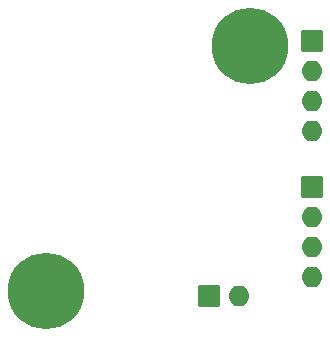
<source format=gbr>
%TF.GenerationSoftware,KiCad,Pcbnew,7.0.7*%
%TF.CreationDate,2023-09-04T20:39:43-04:00*%
%TF.ProjectId,PRJ,50524a2e-6b69-4636-9164-5f7063625858,rev?*%
%TF.SameCoordinates,Original*%
%TF.FileFunction,Soldermask,Bot*%
%TF.FilePolarity,Negative*%
%FSLAX46Y46*%
G04 Gerber Fmt 4.6, Leading zero omitted, Abs format (unit mm)*
G04 Created by KiCad (PCBNEW 7.0.7) date 2023-09-04 20:39:43*
%MOMM*%
%LPD*%
G01*
G04 APERTURE LIST*
G04 Aperture macros list*
%AMRoundRect*
0 Rectangle with rounded corners*
0 $1 Rounding radius*
0 $2 $3 $4 $5 $6 $7 $8 $9 X,Y pos of 4 corners*
0 Add a 4 corners polygon primitive as box body*
4,1,4,$2,$3,$4,$5,$6,$7,$8,$9,$2,$3,0*
0 Add four circle primitives for the rounded corners*
1,1,$1+$1,$2,$3*
1,1,$1+$1,$4,$5*
1,1,$1+$1,$6,$7*
1,1,$1+$1,$8,$9*
0 Add four rect primitives between the rounded corners*
20,1,$1+$1,$2,$3,$4,$5,0*
20,1,$1+$1,$4,$5,$6,$7,0*
20,1,$1+$1,$6,$7,$8,$9,0*
20,1,$1+$1,$8,$9,$2,$3,0*%
G04 Aperture macros list end*
%ADD10RoundRect,0.038000X-0.850000X-0.850000X0.850000X-0.850000X0.850000X0.850000X-0.850000X0.850000X0*%
%ADD11O,1.776000X1.776000*%
%ADD12C,0.876000*%
%ADD13C,6.476000*%
%ADD14RoundRect,0.038000X0.850000X-0.850000X0.850000X0.850000X-0.850000X0.850000X-0.850000X-0.850000X0*%
G04 APERTURE END LIST*
D10*
%TO.C,J1*%
X131000000Y-91580000D03*
D11*
X131000000Y-94120000D03*
X131000000Y-96660000D03*
X131000000Y-99200000D03*
%TD*%
D12*
%TO.C,H1*%
X106100000Y-112750000D03*
X106802944Y-111052944D03*
X106802944Y-114447056D03*
X108500000Y-110350000D03*
D13*
X108500000Y-112750000D03*
D12*
X108500000Y-115150000D03*
X110197056Y-111052944D03*
X110197056Y-114447056D03*
X110900000Y-112750000D03*
%TD*%
D14*
%TO.C,J2*%
X122250000Y-113225000D03*
D11*
X124790000Y-113225000D03*
%TD*%
D10*
%TO.C,J3*%
X131025000Y-103960000D03*
D11*
X131025000Y-106500000D03*
X131025000Y-109040000D03*
X131025000Y-111580000D03*
%TD*%
D12*
%TO.C,H2*%
X123350000Y-92000000D03*
X124052944Y-90302944D03*
X124052944Y-93697056D03*
X125750000Y-89600000D03*
D13*
X125750000Y-92000000D03*
D12*
X125750000Y-94400000D03*
X127447056Y-90302944D03*
X127447056Y-93697056D03*
X128150000Y-92000000D03*
%TD*%
M02*

</source>
